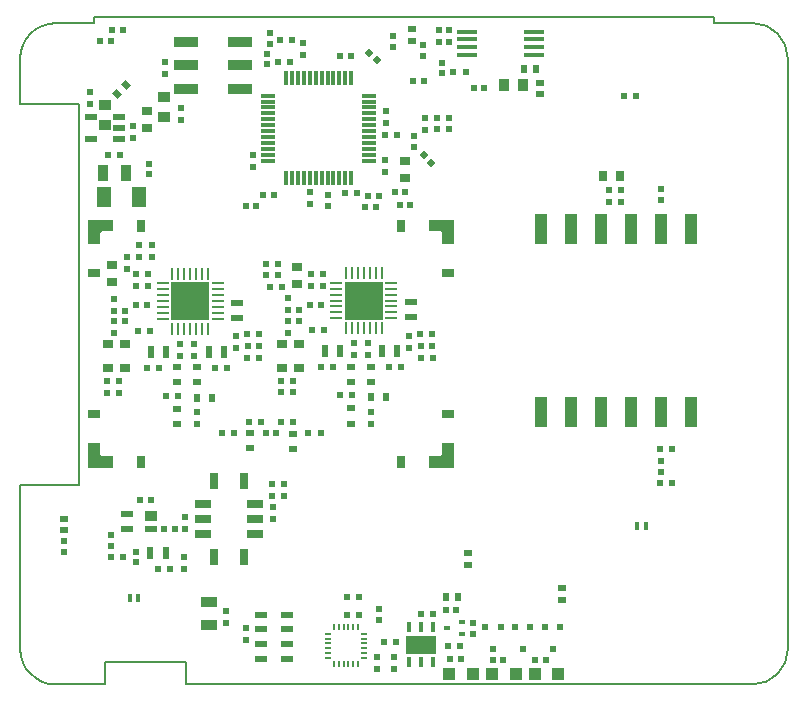
<source format=gtp>
G04 Layer_Color=8421504*
%FSLAX44Y44*%
%MOMM*%
G71*
G01*
G75*
%ADD11R,0.8000X1.4000*%
%ADD12R,1.4000X0.8000*%
%ADD13R,0.9000X1.0000*%
%ADD14R,0.3000X1.2000*%
%ADD15R,1.2000X0.3000*%
%ADD19R,0.4500X0.8500*%
%ADD20R,2.5000X1.6000*%
%ADD26R,0.8000X1.0000*%
%ADD27R,1.0000X0.8000*%
%ADD28R,0.5000X0.5000*%
%ADD29R,0.5000X0.5000*%
%ADD30R,1.4400X0.9500*%
%ADD31R,0.5500X0.5500*%
%ADD32R,0.4000X0.7000*%
%ADD34R,0.6000X0.5500*%
%ADD35R,0.5080X0.3560*%
%ADD36R,1.1000X0.6000*%
%ADD37R,0.2000X0.6000*%
%ADD38R,0.6000X0.2000*%
%ADD39R,1.1000X1.1000*%
%ADD40R,1.0000X2.5000*%
%ADD41R,0.9000X0.8000*%
%ADD42R,1.7000X0.3500*%
%ADD43R,1.1500X1.8000*%
%ADD44R,0.9500X1.4500*%
%ADD45R,0.9500X1.4400*%
%ADD46R,0.9500X0.7000*%
%ADD47R,0.6200X0.5000*%
%ADD48R,1.0000X0.2500*%
%ADD49R,0.2500X1.0000*%
%ADD50R,3.2500X3.2500*%
%ADD51R,1.0000X0.6000*%
%ADD52R,1.0000X0.9000*%
%ADD53R,1.0500X0.6000*%
%ADD54R,0.6500X0.5500*%
%ADD55R,0.6250X1.0000*%
%ADD56R,0.7620X0.6250*%
%ADD57R,0.6250X1.0000*%
%ADD58R,1.0000X0.6250*%
%ADD59R,0.5000X0.6000*%
%ADD60R,1.0000X0.9300*%
%ADD61R,2.0300X0.8500*%
%ADD62R,0.5500X0.5500*%
%ADD63R,0.5000X0.6200*%
%ADD64P,0.7778X4X90.0*%
%ADD65R,0.6000X0.5000*%
%ADD66R,0.6250X0.7620*%
G04:AMPARAMS|DCode=67|XSize=0.62mm|YSize=0.5mm|CornerRadius=0mm|HoleSize=0mm|Usage=FLASHONLY|Rotation=315.000|XOffset=0mm|YOffset=0mm|HoleType=Round|Shape=Rectangle|*
%AMROTATEDRECTD67*
4,1,4,-0.3960,0.0424,-0.0424,0.3960,0.3960,-0.0424,0.0424,-0.3960,-0.3960,0.0424,0.0*
%
%ADD67ROTATEDRECTD67*%

%ADD68R,0.7000X0.9500*%
%ADD69R,0.5500X0.6500*%
%ADD72C,0.1500*%
G36*
X367496Y183504D02*
X346496D01*
Y193504D01*
X355996D01*
X357496Y195004D01*
Y204504D01*
X367496D01*
Y183504D01*
D02*
G37*
G36*
X67504Y195004D02*
X69004Y193504D01*
X78504D01*
Y183504D01*
X57504D01*
Y204504D01*
X67504D01*
Y195004D01*
D02*
G37*
G36*
X367496Y372496D02*
X357496D01*
Y381996D01*
X355996Y383496D01*
X346496D01*
Y393496D01*
X367496D01*
Y372496D01*
D02*
G37*
G36*
X78504Y383496D02*
X69004D01*
X67504Y381996D01*
Y372496D01*
X57504D01*
Y393496D01*
X78504D01*
Y383496D01*
D02*
G37*
D11*
X164050Y108250D02*
D03*
X164050Y172250D02*
D03*
X189450Y108250D02*
D03*
X189450Y172250D02*
D03*
D12*
X154750Y127550D02*
D03*
X154750Y140250D02*
D03*
Y152950D02*
D03*
X198750Y140250D02*
D03*
Y127550D02*
D03*
X198750Y152950D02*
D03*
D13*
X409500Y507750D02*
D03*
X425500D02*
D03*
D14*
X280250Y428500D02*
D03*
X275250D02*
D03*
X270250D02*
D03*
X265250D02*
D03*
X260250D02*
D03*
X255250D02*
D03*
X250250D02*
D03*
X245250D02*
D03*
X240250D02*
D03*
X235250D02*
D03*
X230250D02*
D03*
X225250D02*
D03*
Y513500D02*
D03*
X230250D02*
D03*
X235250D02*
D03*
X240250D02*
D03*
X245250D02*
D03*
X250250D02*
D03*
X255250D02*
D03*
X260250D02*
D03*
X265250D02*
D03*
X270250D02*
D03*
X275250D02*
D03*
X280250D02*
D03*
D15*
X210250Y443500D02*
D03*
Y448500D02*
D03*
Y453500D02*
D03*
Y458500D02*
D03*
Y463500D02*
D03*
Y468500D02*
D03*
Y473500D02*
D03*
Y478500D02*
D03*
Y483500D02*
D03*
Y488500D02*
D03*
Y493500D02*
D03*
Y498500D02*
D03*
X295250D02*
D03*
Y493500D02*
D03*
Y488500D02*
D03*
Y483500D02*
D03*
Y478500D02*
D03*
Y473500D02*
D03*
Y468500D02*
D03*
Y463500D02*
D03*
Y458500D02*
D03*
Y453500D02*
D03*
Y448500D02*
D03*
Y443500D02*
D03*
D19*
X349499Y19250D02*
D03*
X329499D02*
D03*
X339499D02*
D03*
X329499Y48250D02*
D03*
X339499D02*
D03*
X349499D02*
D03*
D20*
X339499Y33750D02*
D03*
D26*
X102504Y388500D02*
D03*
X322496D02*
D03*
X322496Y188500D02*
D03*
X102504D02*
D03*
D27*
X62500Y348496D02*
D03*
X362500Y348496D02*
D03*
Y228504D02*
D03*
X62500Y228504D02*
D03*
D28*
Y388500D02*
D03*
X362500Y188500D02*
D03*
D29*
Y388500D02*
D03*
X62500Y188500D02*
D03*
D30*
X159750Y69500D02*
D03*
Y50500D02*
D03*
D31*
X200100Y405300D02*
D03*
X191100D02*
D03*
X206000Y414050D02*
D03*
X215000D02*
D03*
X101500Y155750D02*
D03*
X110500D02*
D03*
X384000Y505000D02*
D03*
X393000D02*
D03*
X67750Y544500D02*
D03*
X76750D02*
D03*
X86750Y554250D02*
D03*
X77750D02*
D03*
X303500Y413500D02*
D03*
X294500D02*
D03*
X317000Y417000D02*
D03*
X326000D02*
D03*
X363250Y544250D02*
D03*
X354250D02*
D03*
X363250Y554000D02*
D03*
X354250D02*
D03*
X208000Y212500D02*
D03*
X217000D02*
D03*
X348500Y286500D02*
D03*
X339500D02*
D03*
X245500Y321500D02*
D03*
X254500D02*
D03*
X202000Y286500D02*
D03*
X193000D02*
D03*
X98250Y321000D02*
D03*
X107250D02*
D03*
X121750Y131250D02*
D03*
X130750D02*
D03*
X341750Y511000D02*
D03*
X332750D02*
D03*
X280000Y532000D02*
D03*
X271000D02*
D03*
X436000Y20750D02*
D03*
X445000D02*
D03*
X400000Y21000D02*
D03*
X409000D02*
D03*
X364000Y21250D02*
D03*
X373000D02*
D03*
X369250Y62750D02*
D03*
X360250D02*
D03*
X330250Y405751D02*
D03*
X321250D02*
D03*
X292250Y404000D02*
D03*
X301250D02*
D03*
D32*
X92750Y72750D02*
D03*
X99750D02*
D03*
X522500Y133750D02*
D03*
X529500D02*
D03*
D34*
X393750Y48750D02*
D03*
X400250Y30250D02*
D03*
X406750Y48750D02*
D03*
X444250Y48500D02*
D03*
X450750Y30000D02*
D03*
X457250Y48500D02*
D03*
X419000Y48750D02*
D03*
X425500Y30250D02*
D03*
X432000Y48750D02*
D03*
D35*
X361525Y47500D02*
D03*
X374475Y42500D02*
D03*
Y52500D02*
D03*
D36*
X203749Y21500D02*
D03*
Y59000D02*
D03*
Y46500D02*
D03*
Y34000D02*
D03*
X225749Y21500D02*
D03*
Y46500D02*
D03*
Y34000D02*
D03*
Y59000D02*
D03*
D37*
X269999Y17250D02*
D03*
X265999D02*
D03*
Y48250D02*
D03*
X273999Y17250D02*
D03*
X277999D02*
D03*
X285999D02*
D03*
X281999D02*
D03*
X269999Y48250D02*
D03*
X273999D02*
D03*
X277999D02*
D03*
X285999D02*
D03*
X281999D02*
D03*
D38*
X260499Y30750D02*
D03*
Y22750D02*
D03*
Y26750D02*
D03*
Y34750D02*
D03*
Y38750D02*
D03*
Y42750D02*
D03*
X291499Y22750D02*
D03*
Y26750D02*
D03*
Y38750D02*
D03*
Y30750D02*
D03*
Y34750D02*
D03*
Y42750D02*
D03*
D39*
X399499Y9000D02*
D03*
X419499D02*
D03*
X363499D02*
D03*
X383499D02*
D03*
X435500D02*
D03*
X455500D02*
D03*
D40*
X440750Y230500D02*
D03*
X466150D02*
D03*
X440750Y385500D02*
D03*
X466150D02*
D03*
X491550Y230500D02*
D03*
X516950D02*
D03*
X567750D02*
D03*
X542350D02*
D03*
X491550Y385500D02*
D03*
X516950D02*
D03*
X542350D02*
D03*
X567750D02*
D03*
D41*
X74125Y267750D02*
D03*
Y288250D02*
D03*
X88625Y267750D02*
D03*
Y288250D02*
D03*
X221750Y267750D02*
D03*
Y288250D02*
D03*
X236250Y267750D02*
D03*
Y288250D02*
D03*
D42*
X378250Y533000D02*
D03*
Y546000D02*
D03*
Y539500D02*
D03*
Y552500D02*
D03*
X435250Y539500D02*
D03*
Y533000D02*
D03*
Y552500D02*
D03*
Y546000D02*
D03*
D43*
X70750Y412500D02*
D03*
X100750D02*
D03*
D44*
X89500Y433000D02*
D03*
D45*
X70000D02*
D03*
D46*
X107750Y471250D02*
D03*
Y485750D02*
D03*
X326250Y443000D02*
D03*
Y428500D02*
D03*
X234500Y339250D02*
D03*
Y353750D02*
D03*
X78000Y340750D02*
D03*
Y355250D02*
D03*
D47*
X245650Y417150D02*
D03*
Y406950D02*
D03*
X316250Y13400D02*
D03*
Y23600D02*
D03*
X343000Y469650D02*
D03*
Y479850D02*
D03*
X239500Y543350D02*
D03*
Y533150D02*
D03*
X139750Y131400D02*
D03*
Y141600D02*
D03*
X282750Y278650D02*
D03*
Y288850D02*
D03*
X297000Y220650D02*
D03*
Y230850D02*
D03*
X294750Y278650D02*
D03*
Y288850D02*
D03*
X256250Y347350D02*
D03*
Y337150D02*
D03*
X246500Y347350D02*
D03*
Y337150D02*
D03*
X329000Y284900D02*
D03*
Y295100D02*
D03*
X226999Y297400D02*
D03*
Y307600D02*
D03*
X227000Y326850D02*
D03*
Y316650D02*
D03*
X111250Y372100D02*
D03*
Y361900D02*
D03*
X100750Y372100D02*
D03*
Y361900D02*
D03*
X135625Y278150D02*
D03*
Y288350D02*
D03*
X149875Y220150D02*
D03*
Y230350D02*
D03*
X147625Y278150D02*
D03*
Y288350D02*
D03*
X108500Y347350D02*
D03*
Y337150D02*
D03*
X98000Y347350D02*
D03*
Y337150D02*
D03*
X182625Y284650D02*
D03*
Y294850D02*
D03*
X79375Y297400D02*
D03*
Y307600D02*
D03*
X79375Y326100D02*
D03*
Y315900D02*
D03*
X139000Y108100D02*
D03*
Y97900D02*
D03*
X174000Y62350D02*
D03*
Y52150D02*
D03*
X213700Y139850D02*
D03*
Y150050D02*
D03*
X191249Y37400D02*
D03*
Y47600D02*
D03*
X301999Y13150D02*
D03*
Y23350D02*
D03*
X197500Y447850D02*
D03*
Y437650D02*
D03*
X309500Y475150D02*
D03*
Y485350D02*
D03*
X308500Y433400D02*
D03*
Y443600D02*
D03*
X123000Y526600D02*
D03*
Y516400D02*
D03*
X95750Y473100D02*
D03*
Y462900D02*
D03*
X59500Y501600D02*
D03*
Y491400D02*
D03*
X136000Y488100D02*
D03*
Y477900D02*
D03*
D48*
X120625Y309500D02*
D03*
Y324500D02*
D03*
Y314500D02*
D03*
Y319500D02*
D03*
Y329500D02*
D03*
Y334500D02*
D03*
Y339500D02*
D03*
X167125Y309500D02*
D03*
Y314500D02*
D03*
Y319500D02*
D03*
Y334500D02*
D03*
Y324500D02*
D03*
Y329500D02*
D03*
Y339500D02*
D03*
X267750Y310000D02*
D03*
Y325000D02*
D03*
Y315000D02*
D03*
Y320000D02*
D03*
Y330000D02*
D03*
Y335000D02*
D03*
Y340000D02*
D03*
X314250Y310000D02*
D03*
Y315000D02*
D03*
Y320000D02*
D03*
Y335000D02*
D03*
Y325000D02*
D03*
Y330000D02*
D03*
Y340000D02*
D03*
D49*
X133875Y301250D02*
D03*
X128875D02*
D03*
X133875Y347750D02*
D03*
X128875D02*
D03*
X138875Y301250D02*
D03*
X148875D02*
D03*
X143875D02*
D03*
X153875D02*
D03*
X158875D02*
D03*
X143875Y347750D02*
D03*
X138875D02*
D03*
X153875D02*
D03*
X148875D02*
D03*
X158875D02*
D03*
X281000Y301750D02*
D03*
X276000D02*
D03*
X281000Y348250D02*
D03*
X276000D02*
D03*
X286000Y301750D02*
D03*
X296000D02*
D03*
X291000D02*
D03*
X301000D02*
D03*
X306000D02*
D03*
X291000Y348250D02*
D03*
X286000D02*
D03*
X301000D02*
D03*
X296000D02*
D03*
X306000D02*
D03*
D50*
X143875Y324500D02*
D03*
X291000Y325000D02*
D03*
D51*
X110432Y131250D02*
D03*
X90432Y144250D02*
D03*
Y131250D02*
D03*
D52*
X110432Y142750D02*
D03*
D53*
X84000Y461750D02*
D03*
Y471250D02*
D03*
Y480750D02*
D03*
X60000D02*
D03*
Y461750D02*
D03*
D54*
X37400Y130300D02*
D03*
Y140300D02*
D03*
X440500Y509500D02*
D03*
Y499500D02*
D03*
X331500Y554750D02*
D03*
Y544750D02*
D03*
X458500Y81750D02*
D03*
Y71750D02*
D03*
X379000Y111250D02*
D03*
Y101250D02*
D03*
D55*
X159500Y281500D02*
D03*
X172250D02*
D03*
X257875Y282000D02*
D03*
X270625D02*
D03*
X306625D02*
D03*
X319375D02*
D03*
X110750Y281500D02*
D03*
X123500D02*
D03*
D56*
X150125Y255875D02*
D03*
Y268625D02*
D03*
X230750Y199625D02*
D03*
Y212375D02*
D03*
X280250Y220863D02*
D03*
Y233613D02*
D03*
Y256375D02*
D03*
Y269125D02*
D03*
X297000Y256375D02*
D03*
Y269125D02*
D03*
X133125Y220375D02*
D03*
Y233125D02*
D03*
Y255875D02*
D03*
Y268625D02*
D03*
X194250Y199750D02*
D03*
Y212500D02*
D03*
D57*
X110375Y111250D02*
D03*
X123125D02*
D03*
D58*
X183875Y323125D02*
D03*
Y310375D02*
D03*
X331000Y323875D02*
D03*
Y311125D02*
D03*
D59*
X83750Y246500D02*
D03*
X73750D02*
D03*
X221500Y336750D02*
D03*
X211500D02*
D03*
X231250Y247250D02*
D03*
X221250D02*
D03*
D60*
X121750Y497400D02*
D03*
X121750Y480100D02*
D03*
X72000Y473350D02*
D03*
Y490650D02*
D03*
D61*
X140401Y504250D02*
D03*
Y544250D02*
D03*
Y524250D02*
D03*
X186101Y504250D02*
D03*
Y524250D02*
D03*
Y544250D02*
D03*
D62*
X353250Y479500D02*
D03*
Y470500D02*
D03*
X363250Y479500D02*
D03*
Y470500D02*
D03*
X316000Y549000D02*
D03*
Y540000D02*
D03*
X333750Y455250D02*
D03*
Y464250D02*
D03*
X208750Y525000D02*
D03*
Y534000D02*
D03*
X109500Y440750D02*
D03*
Y431750D02*
D03*
X341500Y532000D02*
D03*
Y541000D02*
D03*
X236500Y317000D02*
D03*
Y308000D02*
D03*
X89125Y316500D02*
D03*
Y307500D02*
D03*
X542500Y189000D02*
D03*
Y180000D02*
D03*
X542250Y419250D02*
D03*
Y410250D02*
D03*
X77000Y117250D02*
D03*
Y126250D02*
D03*
X98000Y103250D02*
D03*
Y112250D02*
D03*
X383250Y43000D02*
D03*
Y52000D02*
D03*
X304250Y54750D02*
D03*
Y63750D02*
D03*
X260450Y405000D02*
D03*
Y414000D02*
D03*
X357000Y526500D02*
D03*
Y517500D02*
D03*
X211250Y551500D02*
D03*
Y542500D02*
D03*
X37400Y112400D02*
D03*
Y121400D02*
D03*
D63*
X276400Y74000D02*
D03*
X286600D02*
D03*
X228350Y527000D02*
D03*
X218150D02*
D03*
X318850Y465500D02*
D03*
X308650D02*
D03*
X366900Y518750D02*
D03*
X377100D02*
D03*
X86850Y107500D02*
D03*
X76650D02*
D03*
X218350Y356250D02*
D03*
X208150D02*
D03*
X218350Y346500D02*
D03*
X208150D02*
D03*
X270650Y245000D02*
D03*
X280850D02*
D03*
X254650Y268750D02*
D03*
X264850D02*
D03*
X247400Y299750D02*
D03*
X257600D02*
D03*
X312400Y268750D02*
D03*
X322600D02*
D03*
X348600Y296750D02*
D03*
X338400D02*
D03*
X339400Y276250D02*
D03*
X349600D02*
D03*
X231350Y257250D02*
D03*
X221150D02*
D03*
X123525Y244500D02*
D03*
X133725D02*
D03*
X107525Y268250D02*
D03*
X117725D02*
D03*
X100150Y299500D02*
D03*
X110350D02*
D03*
X165275Y268250D02*
D03*
X175475D02*
D03*
X202350Y296750D02*
D03*
X192150D02*
D03*
X192400Y276250D02*
D03*
X202600D02*
D03*
X84600Y448250D02*
D03*
X74400D02*
D03*
X552100Y170500D02*
D03*
X541900D02*
D03*
X552100Y199000D02*
D03*
X541900D02*
D03*
X509100Y418250D02*
D03*
X498900D02*
D03*
X509100Y408000D02*
D03*
X498900D02*
D03*
X84100Y256750D02*
D03*
X73900D02*
D03*
X203850Y222500D02*
D03*
X193650D02*
D03*
X180850Y212500D02*
D03*
X170650D02*
D03*
X223350Y159250D02*
D03*
X213150D02*
D03*
X223350Y169250D02*
D03*
X213150D02*
D03*
X221150Y222500D02*
D03*
X231350D02*
D03*
X244150Y212500D02*
D03*
X254350D02*
D03*
X116400Y97500D02*
D03*
X126600D02*
D03*
X349599Y59250D02*
D03*
X339399D02*
D03*
X276399Y59000D02*
D03*
X286599D02*
D03*
X318599Y36250D02*
D03*
X308399D02*
D03*
X275150Y416250D02*
D03*
X285350D02*
D03*
X361900Y32250D02*
D03*
X372100D02*
D03*
X230600Y545250D02*
D03*
X220400D02*
D03*
X521350Y498000D02*
D03*
X511150D02*
D03*
D64*
X341818Y448182D02*
D03*
X348182Y441818D02*
D03*
X301932Y528318D02*
D03*
X295568Y534682D02*
D03*
D65*
X90250Y351500D02*
D03*
Y361500D02*
D03*
D66*
X149750Y242750D02*
D03*
X162500D02*
D03*
X297125Y243250D02*
D03*
X309875D02*
D03*
D67*
X89356Y507106D02*
D03*
X82144Y499893D02*
D03*
D68*
X493500Y430250D02*
D03*
X508000D02*
D03*
D69*
X437000Y520750D02*
D03*
X427000D02*
D03*
X360500Y73750D02*
D03*
X370500D02*
D03*
D72*
X620000Y0D02*
G03*
X650000Y30000I0J30000D01*
G01*
X650000Y530000D02*
G03*
X620000Y560000I-30000J0D01*
G01*
X572000Y0D02*
X620000D01*
X498000D02*
X572000D01*
X140250D02*
X498000D01*
X140250D02*
Y19250D01*
X71750D02*
X140250D01*
X71750Y0D02*
Y19250D01*
X30000Y0D02*
X71750D01*
X24148Y576D02*
X30000Y0D01*
X18520Y2284D02*
X24148Y576D01*
X13333Y5056D02*
X18520Y2284D01*
X8787Y8787D02*
X13333Y5056D01*
X5056Y13333D02*
X8787Y8787D01*
X2284Y18520D02*
X5056Y13333D01*
X577Y24147D02*
X2284Y18520D01*
X0Y30000D02*
X577Y24147D01*
X0Y30000D02*
Y168500D01*
X49750D01*
Y491250D01*
X0D02*
X49750D01*
X0D02*
Y530000D01*
X577Y535853D01*
X2284Y541480D01*
X5056Y546667D01*
X8787Y551213D01*
X13333Y554944D01*
X18520Y557716D01*
X24148Y559424D01*
X30000Y560000D01*
X62750Y560000D01*
X62750Y565000D02*
X62750Y560000D01*
X62750Y565000D02*
X587250Y565000D01*
X587250Y560000D01*
X620000Y560000D01*
X650000Y30000D02*
X650000Y530000D01*
M02*

</source>
